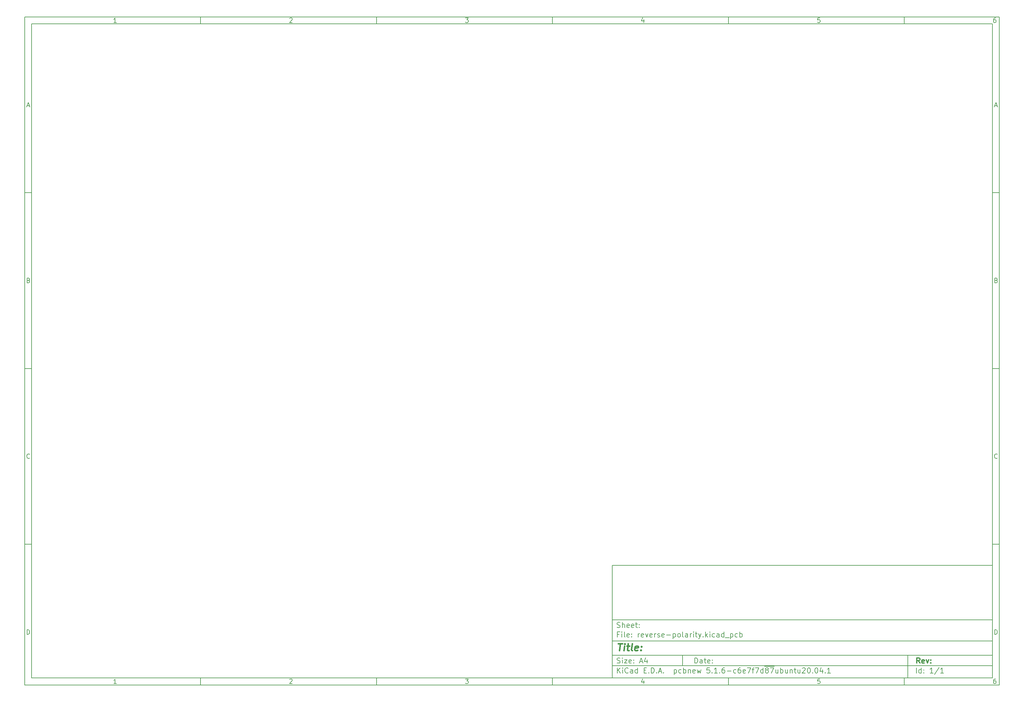
<source format=gbr>
G04 #@! TF.GenerationSoftware,KiCad,Pcbnew,5.1.6-c6e7f7d~87~ubuntu20.04.1*
G04 #@! TF.CreationDate,2020-09-03T11:24:11+02:00*
G04 #@! TF.ProjectId,reverse-polarity,72657665-7273-4652-9d70-6f6c61726974,rev?*
G04 #@! TF.SameCoordinates,Original*
G04 #@! TF.FileFunction,Glue,Bot*
G04 #@! TF.FilePolarity,Positive*
%FSLAX45Y45*%
G04 Gerber Fmt 4.5, Leading zero omitted, Abs format (unit mm)*
G04 Created by KiCad (PCBNEW 5.1.6-c6e7f7d~87~ubuntu20.04.1) date 2020-09-03 11:24:11*
%MOMM*%
%LPD*%
G01*
G04 APERTURE LIST*
%ADD10C,0.100000*%
%ADD11C,0.150000*%
%ADD12C,0.300000*%
%ADD13C,0.400000*%
G04 APERTURE END LIST*
D10*
D11*
X17700220Y-16600720D02*
X17700220Y-19800720D01*
X28500220Y-19800720D01*
X28500220Y-16600720D01*
X17700220Y-16600720D01*
D10*
D11*
X1000000Y-1000000D02*
X1000000Y-20000720D01*
X28700220Y-20000720D01*
X28700220Y-1000000D01*
X1000000Y-1000000D01*
D10*
D11*
X1200000Y-1200000D02*
X1200000Y-19800720D01*
X28500220Y-19800720D01*
X28500220Y-1200000D01*
X1200000Y-1200000D01*
D10*
D11*
X6000000Y-1200000D02*
X6000000Y-1000000D01*
D10*
D11*
X11000000Y-1200000D02*
X11000000Y-1000000D01*
D10*
D11*
X16000000Y-1200000D02*
X16000000Y-1000000D01*
D10*
D11*
X21000000Y-1200000D02*
X21000000Y-1000000D01*
D10*
D11*
X26000000Y-1200000D02*
X26000000Y-1000000D01*
D10*
D11*
X3606548Y-1158810D02*
X3532262Y-1158810D01*
X3569405Y-1158810D02*
X3569405Y-1028809D01*
X3557024Y-1047381D01*
X3544643Y-1059762D01*
X3532262Y-1065952D01*
D10*
D11*
X8532262Y-1041190D02*
X8538452Y-1035000D01*
X8550833Y-1028809D01*
X8581786Y-1028809D01*
X8594167Y-1035000D01*
X8600357Y-1041190D01*
X8606548Y-1053571D01*
X8606548Y-1065952D01*
X8600357Y-1084524D01*
X8526071Y-1158810D01*
X8606548Y-1158810D01*
D10*
D11*
X13526071Y-1028809D02*
X13606548Y-1028809D01*
X13563214Y-1078333D01*
X13581786Y-1078333D01*
X13594167Y-1084524D01*
X13600357Y-1090714D01*
X13606548Y-1103095D01*
X13606548Y-1134048D01*
X13600357Y-1146429D01*
X13594167Y-1152619D01*
X13581786Y-1158810D01*
X13544643Y-1158810D01*
X13532262Y-1152619D01*
X13526071Y-1146429D01*
D10*
D11*
X18594167Y-1072143D02*
X18594167Y-1158810D01*
X18563214Y-1022619D02*
X18532262Y-1115476D01*
X18612738Y-1115476D01*
D10*
D11*
X23600357Y-1028809D02*
X23538452Y-1028809D01*
X23532262Y-1090714D01*
X23538452Y-1084524D01*
X23550833Y-1078333D01*
X23581786Y-1078333D01*
X23594167Y-1084524D01*
X23600357Y-1090714D01*
X23606548Y-1103095D01*
X23606548Y-1134048D01*
X23600357Y-1146429D01*
X23594167Y-1152619D01*
X23581786Y-1158810D01*
X23550833Y-1158810D01*
X23538452Y-1152619D01*
X23532262Y-1146429D01*
D10*
D11*
X28594167Y-1028809D02*
X28569405Y-1028809D01*
X28557024Y-1035000D01*
X28550833Y-1041190D01*
X28538452Y-1059762D01*
X28532262Y-1084524D01*
X28532262Y-1134048D01*
X28538452Y-1146429D01*
X28544643Y-1152619D01*
X28557024Y-1158810D01*
X28581786Y-1158810D01*
X28594167Y-1152619D01*
X28600357Y-1146429D01*
X28606548Y-1134048D01*
X28606548Y-1103095D01*
X28600357Y-1090714D01*
X28594167Y-1084524D01*
X28581786Y-1078333D01*
X28557024Y-1078333D01*
X28544643Y-1084524D01*
X28538452Y-1090714D01*
X28532262Y-1103095D01*
D10*
D11*
X6000000Y-19800720D02*
X6000000Y-20000720D01*
D10*
D11*
X11000000Y-19800720D02*
X11000000Y-20000720D01*
D10*
D11*
X16000000Y-19800720D02*
X16000000Y-20000720D01*
D10*
D11*
X21000000Y-19800720D02*
X21000000Y-20000720D01*
D10*
D11*
X26000000Y-19800720D02*
X26000000Y-20000720D01*
D10*
D11*
X3606548Y-19959530D02*
X3532262Y-19959530D01*
X3569405Y-19959530D02*
X3569405Y-19829530D01*
X3557024Y-19848101D01*
X3544643Y-19860482D01*
X3532262Y-19866672D01*
D10*
D11*
X8532262Y-19841910D02*
X8538452Y-19835720D01*
X8550833Y-19829530D01*
X8581786Y-19829530D01*
X8594167Y-19835720D01*
X8600357Y-19841910D01*
X8606548Y-19854291D01*
X8606548Y-19866672D01*
X8600357Y-19885244D01*
X8526071Y-19959530D01*
X8606548Y-19959530D01*
D10*
D11*
X13526071Y-19829530D02*
X13606548Y-19829530D01*
X13563214Y-19879053D01*
X13581786Y-19879053D01*
X13594167Y-19885244D01*
X13600357Y-19891434D01*
X13606548Y-19903815D01*
X13606548Y-19934768D01*
X13600357Y-19947149D01*
X13594167Y-19953339D01*
X13581786Y-19959530D01*
X13544643Y-19959530D01*
X13532262Y-19953339D01*
X13526071Y-19947149D01*
D10*
D11*
X18594167Y-19872863D02*
X18594167Y-19959530D01*
X18563214Y-19823339D02*
X18532262Y-19916196D01*
X18612738Y-19916196D01*
D10*
D11*
X23600357Y-19829530D02*
X23538452Y-19829530D01*
X23532262Y-19891434D01*
X23538452Y-19885244D01*
X23550833Y-19879053D01*
X23581786Y-19879053D01*
X23594167Y-19885244D01*
X23600357Y-19891434D01*
X23606548Y-19903815D01*
X23606548Y-19934768D01*
X23600357Y-19947149D01*
X23594167Y-19953339D01*
X23581786Y-19959530D01*
X23550833Y-19959530D01*
X23538452Y-19953339D01*
X23532262Y-19947149D01*
D10*
D11*
X28594167Y-19829530D02*
X28569405Y-19829530D01*
X28557024Y-19835720D01*
X28550833Y-19841910D01*
X28538452Y-19860482D01*
X28532262Y-19885244D01*
X28532262Y-19934768D01*
X28538452Y-19947149D01*
X28544643Y-19953339D01*
X28557024Y-19959530D01*
X28581786Y-19959530D01*
X28594167Y-19953339D01*
X28600357Y-19947149D01*
X28606548Y-19934768D01*
X28606548Y-19903815D01*
X28600357Y-19891434D01*
X28594167Y-19885244D01*
X28581786Y-19879053D01*
X28557024Y-19879053D01*
X28544643Y-19885244D01*
X28538452Y-19891434D01*
X28532262Y-19903815D01*
D10*
D11*
X1000000Y-6000000D02*
X1200000Y-6000000D01*
D10*
D11*
X1000000Y-11000000D02*
X1200000Y-11000000D01*
D10*
D11*
X1000000Y-16000000D02*
X1200000Y-16000000D01*
D10*
D11*
X1069048Y-3521667D02*
X1130952Y-3521667D01*
X1056667Y-3558809D02*
X1100000Y-3428809D01*
X1143333Y-3558809D01*
D10*
D11*
X1109286Y-8490714D02*
X1127857Y-8496905D01*
X1134048Y-8503095D01*
X1140238Y-8515476D01*
X1140238Y-8534048D01*
X1134048Y-8546429D01*
X1127857Y-8552619D01*
X1115476Y-8558810D01*
X1065952Y-8558810D01*
X1065952Y-8428810D01*
X1109286Y-8428810D01*
X1121667Y-8435000D01*
X1127857Y-8441190D01*
X1134048Y-8453571D01*
X1134048Y-8465952D01*
X1127857Y-8478333D01*
X1121667Y-8484524D01*
X1109286Y-8490714D01*
X1065952Y-8490714D01*
D10*
D11*
X1140238Y-13546428D02*
X1134048Y-13552619D01*
X1115476Y-13558809D01*
X1103095Y-13558809D01*
X1084524Y-13552619D01*
X1072143Y-13540238D01*
X1065952Y-13527857D01*
X1059762Y-13503095D01*
X1059762Y-13484524D01*
X1065952Y-13459762D01*
X1072143Y-13447381D01*
X1084524Y-13435000D01*
X1103095Y-13428809D01*
X1115476Y-13428809D01*
X1134048Y-13435000D01*
X1140238Y-13441190D01*
D10*
D11*
X1065952Y-18558810D02*
X1065952Y-18428810D01*
X1096905Y-18428810D01*
X1115476Y-18435000D01*
X1127857Y-18447381D01*
X1134048Y-18459762D01*
X1140238Y-18484524D01*
X1140238Y-18503095D01*
X1134048Y-18527857D01*
X1127857Y-18540238D01*
X1115476Y-18552619D01*
X1096905Y-18558810D01*
X1065952Y-18558810D01*
D10*
D11*
X28700220Y-6000000D02*
X28500220Y-6000000D01*
D10*
D11*
X28700220Y-11000000D02*
X28500220Y-11000000D01*
D10*
D11*
X28700220Y-16000000D02*
X28500220Y-16000000D01*
D10*
D11*
X28569268Y-3521667D02*
X28631172Y-3521667D01*
X28556887Y-3558809D02*
X28600220Y-3428809D01*
X28643553Y-3558809D01*
D10*
D11*
X28609506Y-8490714D02*
X28628077Y-8496905D01*
X28634268Y-8503095D01*
X28640458Y-8515476D01*
X28640458Y-8534048D01*
X28634268Y-8546429D01*
X28628077Y-8552619D01*
X28615696Y-8558810D01*
X28566172Y-8558810D01*
X28566172Y-8428810D01*
X28609506Y-8428810D01*
X28621887Y-8435000D01*
X28628077Y-8441190D01*
X28634268Y-8453571D01*
X28634268Y-8465952D01*
X28628077Y-8478333D01*
X28621887Y-8484524D01*
X28609506Y-8490714D01*
X28566172Y-8490714D01*
D10*
D11*
X28640458Y-13546428D02*
X28634268Y-13552619D01*
X28615696Y-13558809D01*
X28603315Y-13558809D01*
X28584744Y-13552619D01*
X28572363Y-13540238D01*
X28566172Y-13527857D01*
X28559982Y-13503095D01*
X28559982Y-13484524D01*
X28566172Y-13459762D01*
X28572363Y-13447381D01*
X28584744Y-13435000D01*
X28603315Y-13428809D01*
X28615696Y-13428809D01*
X28634268Y-13435000D01*
X28640458Y-13441190D01*
D10*
D11*
X28566172Y-18558810D02*
X28566172Y-18428810D01*
X28597125Y-18428810D01*
X28615696Y-18435000D01*
X28628077Y-18447381D01*
X28634268Y-18459762D01*
X28640458Y-18484524D01*
X28640458Y-18503095D01*
X28634268Y-18527857D01*
X28628077Y-18540238D01*
X28615696Y-18552619D01*
X28597125Y-18558810D01*
X28566172Y-18558810D01*
D10*
D11*
X20043434Y-19378577D02*
X20043434Y-19228577D01*
X20079149Y-19228577D01*
X20100577Y-19235720D01*
X20114863Y-19250006D01*
X20122006Y-19264291D01*
X20129149Y-19292863D01*
X20129149Y-19314291D01*
X20122006Y-19342863D01*
X20114863Y-19357149D01*
X20100577Y-19371434D01*
X20079149Y-19378577D01*
X20043434Y-19378577D01*
X20257720Y-19378577D02*
X20257720Y-19300006D01*
X20250577Y-19285720D01*
X20236291Y-19278577D01*
X20207720Y-19278577D01*
X20193434Y-19285720D01*
X20257720Y-19371434D02*
X20243434Y-19378577D01*
X20207720Y-19378577D01*
X20193434Y-19371434D01*
X20186291Y-19357149D01*
X20186291Y-19342863D01*
X20193434Y-19328577D01*
X20207720Y-19321434D01*
X20243434Y-19321434D01*
X20257720Y-19314291D01*
X20307720Y-19278577D02*
X20364863Y-19278577D01*
X20329149Y-19228577D02*
X20329149Y-19357149D01*
X20336291Y-19371434D01*
X20350577Y-19378577D01*
X20364863Y-19378577D01*
X20472006Y-19371434D02*
X20457720Y-19378577D01*
X20429149Y-19378577D01*
X20414863Y-19371434D01*
X20407720Y-19357149D01*
X20407720Y-19300006D01*
X20414863Y-19285720D01*
X20429149Y-19278577D01*
X20457720Y-19278577D01*
X20472006Y-19285720D01*
X20479149Y-19300006D01*
X20479149Y-19314291D01*
X20407720Y-19328577D01*
X20543434Y-19364291D02*
X20550577Y-19371434D01*
X20543434Y-19378577D01*
X20536291Y-19371434D01*
X20543434Y-19364291D01*
X20543434Y-19378577D01*
X20543434Y-19285720D02*
X20550577Y-19292863D01*
X20543434Y-19300006D01*
X20536291Y-19292863D01*
X20543434Y-19285720D01*
X20543434Y-19300006D01*
D10*
D11*
X17700220Y-19450720D02*
X28500220Y-19450720D01*
D10*
D11*
X17843434Y-19658577D02*
X17843434Y-19508577D01*
X17929149Y-19658577D02*
X17864863Y-19572863D01*
X17929149Y-19508577D02*
X17843434Y-19594291D01*
X17993434Y-19658577D02*
X17993434Y-19558577D01*
X17993434Y-19508577D02*
X17986291Y-19515720D01*
X17993434Y-19522863D01*
X18000577Y-19515720D01*
X17993434Y-19508577D01*
X17993434Y-19522863D01*
X18150577Y-19644291D02*
X18143434Y-19651434D01*
X18122006Y-19658577D01*
X18107720Y-19658577D01*
X18086291Y-19651434D01*
X18072006Y-19637149D01*
X18064863Y-19622863D01*
X18057720Y-19594291D01*
X18057720Y-19572863D01*
X18064863Y-19544291D01*
X18072006Y-19530006D01*
X18086291Y-19515720D01*
X18107720Y-19508577D01*
X18122006Y-19508577D01*
X18143434Y-19515720D01*
X18150577Y-19522863D01*
X18279149Y-19658577D02*
X18279149Y-19580006D01*
X18272006Y-19565720D01*
X18257720Y-19558577D01*
X18229149Y-19558577D01*
X18214863Y-19565720D01*
X18279149Y-19651434D02*
X18264863Y-19658577D01*
X18229149Y-19658577D01*
X18214863Y-19651434D01*
X18207720Y-19637149D01*
X18207720Y-19622863D01*
X18214863Y-19608577D01*
X18229149Y-19601434D01*
X18264863Y-19601434D01*
X18279149Y-19594291D01*
X18414863Y-19658577D02*
X18414863Y-19508577D01*
X18414863Y-19651434D02*
X18400577Y-19658577D01*
X18372006Y-19658577D01*
X18357720Y-19651434D01*
X18350577Y-19644291D01*
X18343434Y-19630006D01*
X18343434Y-19587149D01*
X18350577Y-19572863D01*
X18357720Y-19565720D01*
X18372006Y-19558577D01*
X18400577Y-19558577D01*
X18414863Y-19565720D01*
X18600577Y-19580006D02*
X18650577Y-19580006D01*
X18672006Y-19658577D02*
X18600577Y-19658577D01*
X18600577Y-19508577D01*
X18672006Y-19508577D01*
X18736291Y-19644291D02*
X18743434Y-19651434D01*
X18736291Y-19658577D01*
X18729149Y-19651434D01*
X18736291Y-19644291D01*
X18736291Y-19658577D01*
X18807720Y-19658577D02*
X18807720Y-19508577D01*
X18843434Y-19508577D01*
X18864863Y-19515720D01*
X18879149Y-19530006D01*
X18886291Y-19544291D01*
X18893434Y-19572863D01*
X18893434Y-19594291D01*
X18886291Y-19622863D01*
X18879149Y-19637149D01*
X18864863Y-19651434D01*
X18843434Y-19658577D01*
X18807720Y-19658577D01*
X18957720Y-19644291D02*
X18964863Y-19651434D01*
X18957720Y-19658577D01*
X18950577Y-19651434D01*
X18957720Y-19644291D01*
X18957720Y-19658577D01*
X19022006Y-19615720D02*
X19093434Y-19615720D01*
X19007720Y-19658577D02*
X19057720Y-19508577D01*
X19107720Y-19658577D01*
X19157720Y-19644291D02*
X19164863Y-19651434D01*
X19157720Y-19658577D01*
X19150577Y-19651434D01*
X19157720Y-19644291D01*
X19157720Y-19658577D01*
X19457720Y-19558577D02*
X19457720Y-19708577D01*
X19457720Y-19565720D02*
X19472006Y-19558577D01*
X19500577Y-19558577D01*
X19514863Y-19565720D01*
X19522006Y-19572863D01*
X19529149Y-19587149D01*
X19529149Y-19630006D01*
X19522006Y-19644291D01*
X19514863Y-19651434D01*
X19500577Y-19658577D01*
X19472006Y-19658577D01*
X19457720Y-19651434D01*
X19657720Y-19651434D02*
X19643434Y-19658577D01*
X19614863Y-19658577D01*
X19600577Y-19651434D01*
X19593434Y-19644291D01*
X19586291Y-19630006D01*
X19586291Y-19587149D01*
X19593434Y-19572863D01*
X19600577Y-19565720D01*
X19614863Y-19558577D01*
X19643434Y-19558577D01*
X19657720Y-19565720D01*
X19722006Y-19658577D02*
X19722006Y-19508577D01*
X19722006Y-19565720D02*
X19736291Y-19558577D01*
X19764863Y-19558577D01*
X19779149Y-19565720D01*
X19786291Y-19572863D01*
X19793434Y-19587149D01*
X19793434Y-19630006D01*
X19786291Y-19644291D01*
X19779149Y-19651434D01*
X19764863Y-19658577D01*
X19736291Y-19658577D01*
X19722006Y-19651434D01*
X19857720Y-19558577D02*
X19857720Y-19658577D01*
X19857720Y-19572863D02*
X19864863Y-19565720D01*
X19879149Y-19558577D01*
X19900577Y-19558577D01*
X19914863Y-19565720D01*
X19922006Y-19580006D01*
X19922006Y-19658577D01*
X20050577Y-19651434D02*
X20036291Y-19658577D01*
X20007720Y-19658577D01*
X19993434Y-19651434D01*
X19986291Y-19637149D01*
X19986291Y-19580006D01*
X19993434Y-19565720D01*
X20007720Y-19558577D01*
X20036291Y-19558577D01*
X20050577Y-19565720D01*
X20057720Y-19580006D01*
X20057720Y-19594291D01*
X19986291Y-19608577D01*
X20107720Y-19558577D02*
X20136291Y-19658577D01*
X20164863Y-19587149D01*
X20193434Y-19658577D01*
X20222006Y-19558577D01*
X20464863Y-19508577D02*
X20393434Y-19508577D01*
X20386291Y-19580006D01*
X20393434Y-19572863D01*
X20407720Y-19565720D01*
X20443434Y-19565720D01*
X20457720Y-19572863D01*
X20464863Y-19580006D01*
X20472006Y-19594291D01*
X20472006Y-19630006D01*
X20464863Y-19644291D01*
X20457720Y-19651434D01*
X20443434Y-19658577D01*
X20407720Y-19658577D01*
X20393434Y-19651434D01*
X20386291Y-19644291D01*
X20536291Y-19644291D02*
X20543434Y-19651434D01*
X20536291Y-19658577D01*
X20529149Y-19651434D01*
X20536291Y-19644291D01*
X20536291Y-19658577D01*
X20686291Y-19658577D02*
X20600577Y-19658577D01*
X20643434Y-19658577D02*
X20643434Y-19508577D01*
X20629149Y-19530006D01*
X20614863Y-19544291D01*
X20600577Y-19551434D01*
X20750577Y-19644291D02*
X20757720Y-19651434D01*
X20750577Y-19658577D01*
X20743434Y-19651434D01*
X20750577Y-19644291D01*
X20750577Y-19658577D01*
X20886291Y-19508577D02*
X20857720Y-19508577D01*
X20843434Y-19515720D01*
X20836291Y-19522863D01*
X20822006Y-19544291D01*
X20814863Y-19572863D01*
X20814863Y-19630006D01*
X20822006Y-19644291D01*
X20829149Y-19651434D01*
X20843434Y-19658577D01*
X20872006Y-19658577D01*
X20886291Y-19651434D01*
X20893434Y-19644291D01*
X20900577Y-19630006D01*
X20900577Y-19594291D01*
X20893434Y-19580006D01*
X20886291Y-19572863D01*
X20872006Y-19565720D01*
X20843434Y-19565720D01*
X20829149Y-19572863D01*
X20822006Y-19580006D01*
X20814863Y-19594291D01*
X20964863Y-19601434D02*
X21079149Y-19601434D01*
X21214863Y-19651434D02*
X21200577Y-19658577D01*
X21172006Y-19658577D01*
X21157720Y-19651434D01*
X21150577Y-19644291D01*
X21143434Y-19630006D01*
X21143434Y-19587149D01*
X21150577Y-19572863D01*
X21157720Y-19565720D01*
X21172006Y-19558577D01*
X21200577Y-19558577D01*
X21214863Y-19565720D01*
X21343434Y-19508577D02*
X21314863Y-19508577D01*
X21300577Y-19515720D01*
X21293434Y-19522863D01*
X21279149Y-19544291D01*
X21272006Y-19572863D01*
X21272006Y-19630006D01*
X21279149Y-19644291D01*
X21286291Y-19651434D01*
X21300577Y-19658577D01*
X21329149Y-19658577D01*
X21343434Y-19651434D01*
X21350577Y-19644291D01*
X21357720Y-19630006D01*
X21357720Y-19594291D01*
X21350577Y-19580006D01*
X21343434Y-19572863D01*
X21329149Y-19565720D01*
X21300577Y-19565720D01*
X21286291Y-19572863D01*
X21279149Y-19580006D01*
X21272006Y-19594291D01*
X21479149Y-19651434D02*
X21464863Y-19658577D01*
X21436291Y-19658577D01*
X21422006Y-19651434D01*
X21414863Y-19637149D01*
X21414863Y-19580006D01*
X21422006Y-19565720D01*
X21436291Y-19558577D01*
X21464863Y-19558577D01*
X21479149Y-19565720D01*
X21486291Y-19580006D01*
X21486291Y-19594291D01*
X21414863Y-19608577D01*
X21536291Y-19508577D02*
X21636291Y-19508577D01*
X21572006Y-19658577D01*
X21672006Y-19558577D02*
X21729149Y-19558577D01*
X21693434Y-19658577D02*
X21693434Y-19530006D01*
X21700577Y-19515720D01*
X21714863Y-19508577D01*
X21729149Y-19508577D01*
X21764863Y-19508577D02*
X21864863Y-19508577D01*
X21800577Y-19658577D01*
X21986291Y-19658577D02*
X21986291Y-19508577D01*
X21986291Y-19651434D02*
X21972006Y-19658577D01*
X21943434Y-19658577D01*
X21929149Y-19651434D01*
X21922006Y-19644291D01*
X21914863Y-19630006D01*
X21914863Y-19587149D01*
X21922006Y-19572863D01*
X21929149Y-19565720D01*
X21943434Y-19558577D01*
X21972006Y-19558577D01*
X21986291Y-19565720D01*
X22022006Y-19467720D02*
X22164863Y-19467720D01*
X22079149Y-19572863D02*
X22064863Y-19565720D01*
X22057720Y-19558577D01*
X22050577Y-19544291D01*
X22050577Y-19537149D01*
X22057720Y-19522863D01*
X22064863Y-19515720D01*
X22079149Y-19508577D01*
X22107720Y-19508577D01*
X22122006Y-19515720D01*
X22129149Y-19522863D01*
X22136291Y-19537149D01*
X22136291Y-19544291D01*
X22129149Y-19558577D01*
X22122006Y-19565720D01*
X22107720Y-19572863D01*
X22079149Y-19572863D01*
X22064863Y-19580006D01*
X22057720Y-19587149D01*
X22050577Y-19601434D01*
X22050577Y-19630006D01*
X22057720Y-19644291D01*
X22064863Y-19651434D01*
X22079149Y-19658577D01*
X22107720Y-19658577D01*
X22122006Y-19651434D01*
X22129149Y-19644291D01*
X22136291Y-19630006D01*
X22136291Y-19601434D01*
X22129149Y-19587149D01*
X22122006Y-19580006D01*
X22107720Y-19572863D01*
X22164863Y-19467720D02*
X22307720Y-19467720D01*
X22186291Y-19508577D02*
X22286291Y-19508577D01*
X22222006Y-19658577D01*
X22407720Y-19558577D02*
X22407720Y-19658577D01*
X22343434Y-19558577D02*
X22343434Y-19637149D01*
X22350577Y-19651434D01*
X22364863Y-19658577D01*
X22386291Y-19658577D01*
X22400577Y-19651434D01*
X22407720Y-19644291D01*
X22479148Y-19658577D02*
X22479148Y-19508577D01*
X22479148Y-19565720D02*
X22493434Y-19558577D01*
X22522006Y-19558577D01*
X22536291Y-19565720D01*
X22543434Y-19572863D01*
X22550577Y-19587149D01*
X22550577Y-19630006D01*
X22543434Y-19644291D01*
X22536291Y-19651434D01*
X22522006Y-19658577D01*
X22493434Y-19658577D01*
X22479148Y-19651434D01*
X22679148Y-19558577D02*
X22679148Y-19658577D01*
X22614863Y-19558577D02*
X22614863Y-19637149D01*
X22622006Y-19651434D01*
X22636291Y-19658577D01*
X22657720Y-19658577D01*
X22672006Y-19651434D01*
X22679148Y-19644291D01*
X22750577Y-19558577D02*
X22750577Y-19658577D01*
X22750577Y-19572863D02*
X22757720Y-19565720D01*
X22772006Y-19558577D01*
X22793434Y-19558577D01*
X22807720Y-19565720D01*
X22814863Y-19580006D01*
X22814863Y-19658577D01*
X22864863Y-19558577D02*
X22922006Y-19558577D01*
X22886291Y-19508577D02*
X22886291Y-19637149D01*
X22893434Y-19651434D01*
X22907720Y-19658577D01*
X22922006Y-19658577D01*
X23036291Y-19558577D02*
X23036291Y-19658577D01*
X22972006Y-19558577D02*
X22972006Y-19637149D01*
X22979148Y-19651434D01*
X22993434Y-19658577D01*
X23014863Y-19658577D01*
X23029148Y-19651434D01*
X23036291Y-19644291D01*
X23100577Y-19522863D02*
X23107720Y-19515720D01*
X23122006Y-19508577D01*
X23157720Y-19508577D01*
X23172006Y-19515720D01*
X23179148Y-19522863D01*
X23186291Y-19537149D01*
X23186291Y-19551434D01*
X23179148Y-19572863D01*
X23093434Y-19658577D01*
X23186291Y-19658577D01*
X23279148Y-19508577D02*
X23293434Y-19508577D01*
X23307720Y-19515720D01*
X23314863Y-19522863D01*
X23322006Y-19537149D01*
X23329148Y-19565720D01*
X23329148Y-19601434D01*
X23322006Y-19630006D01*
X23314863Y-19644291D01*
X23307720Y-19651434D01*
X23293434Y-19658577D01*
X23279148Y-19658577D01*
X23264863Y-19651434D01*
X23257720Y-19644291D01*
X23250577Y-19630006D01*
X23243434Y-19601434D01*
X23243434Y-19565720D01*
X23250577Y-19537149D01*
X23257720Y-19522863D01*
X23264863Y-19515720D01*
X23279148Y-19508577D01*
X23393434Y-19644291D02*
X23400577Y-19651434D01*
X23393434Y-19658577D01*
X23386291Y-19651434D01*
X23393434Y-19644291D01*
X23393434Y-19658577D01*
X23493434Y-19508577D02*
X23507720Y-19508577D01*
X23522006Y-19515720D01*
X23529148Y-19522863D01*
X23536291Y-19537149D01*
X23543434Y-19565720D01*
X23543434Y-19601434D01*
X23536291Y-19630006D01*
X23529148Y-19644291D01*
X23522006Y-19651434D01*
X23507720Y-19658577D01*
X23493434Y-19658577D01*
X23479148Y-19651434D01*
X23472006Y-19644291D01*
X23464863Y-19630006D01*
X23457720Y-19601434D01*
X23457720Y-19565720D01*
X23464863Y-19537149D01*
X23472006Y-19522863D01*
X23479148Y-19515720D01*
X23493434Y-19508577D01*
X23672006Y-19558577D02*
X23672006Y-19658577D01*
X23636291Y-19501434D02*
X23600577Y-19608577D01*
X23693434Y-19608577D01*
X23750577Y-19644291D02*
X23757720Y-19651434D01*
X23750577Y-19658577D01*
X23743434Y-19651434D01*
X23750577Y-19644291D01*
X23750577Y-19658577D01*
X23900577Y-19658577D02*
X23814863Y-19658577D01*
X23857720Y-19658577D02*
X23857720Y-19508577D01*
X23843434Y-19530006D01*
X23829148Y-19544291D01*
X23814863Y-19551434D01*
D10*
D11*
X17700220Y-19150720D02*
X28500220Y-19150720D01*
D10*
D12*
X26441148Y-19378577D02*
X26391148Y-19307149D01*
X26355434Y-19378577D02*
X26355434Y-19228577D01*
X26412577Y-19228577D01*
X26426863Y-19235720D01*
X26434006Y-19242863D01*
X26441148Y-19257149D01*
X26441148Y-19278577D01*
X26434006Y-19292863D01*
X26426863Y-19300006D01*
X26412577Y-19307149D01*
X26355434Y-19307149D01*
X26562577Y-19371434D02*
X26548291Y-19378577D01*
X26519720Y-19378577D01*
X26505434Y-19371434D01*
X26498291Y-19357149D01*
X26498291Y-19300006D01*
X26505434Y-19285720D01*
X26519720Y-19278577D01*
X26548291Y-19278577D01*
X26562577Y-19285720D01*
X26569720Y-19300006D01*
X26569720Y-19314291D01*
X26498291Y-19328577D01*
X26619720Y-19278577D02*
X26655434Y-19378577D01*
X26691148Y-19278577D01*
X26748291Y-19364291D02*
X26755434Y-19371434D01*
X26748291Y-19378577D01*
X26741148Y-19371434D01*
X26748291Y-19364291D01*
X26748291Y-19378577D01*
X26748291Y-19285720D02*
X26755434Y-19292863D01*
X26748291Y-19300006D01*
X26741148Y-19292863D01*
X26748291Y-19285720D01*
X26748291Y-19300006D01*
D10*
D11*
X17836291Y-19371434D02*
X17857720Y-19378577D01*
X17893434Y-19378577D01*
X17907720Y-19371434D01*
X17914863Y-19364291D01*
X17922006Y-19350006D01*
X17922006Y-19335720D01*
X17914863Y-19321434D01*
X17907720Y-19314291D01*
X17893434Y-19307149D01*
X17864863Y-19300006D01*
X17850577Y-19292863D01*
X17843434Y-19285720D01*
X17836291Y-19271434D01*
X17836291Y-19257149D01*
X17843434Y-19242863D01*
X17850577Y-19235720D01*
X17864863Y-19228577D01*
X17900577Y-19228577D01*
X17922006Y-19235720D01*
X17986291Y-19378577D02*
X17986291Y-19278577D01*
X17986291Y-19228577D02*
X17979149Y-19235720D01*
X17986291Y-19242863D01*
X17993434Y-19235720D01*
X17986291Y-19228577D01*
X17986291Y-19242863D01*
X18043434Y-19278577D02*
X18122006Y-19278577D01*
X18043434Y-19378577D01*
X18122006Y-19378577D01*
X18236291Y-19371434D02*
X18222006Y-19378577D01*
X18193434Y-19378577D01*
X18179149Y-19371434D01*
X18172006Y-19357149D01*
X18172006Y-19300006D01*
X18179149Y-19285720D01*
X18193434Y-19278577D01*
X18222006Y-19278577D01*
X18236291Y-19285720D01*
X18243434Y-19300006D01*
X18243434Y-19314291D01*
X18172006Y-19328577D01*
X18307720Y-19364291D02*
X18314863Y-19371434D01*
X18307720Y-19378577D01*
X18300577Y-19371434D01*
X18307720Y-19364291D01*
X18307720Y-19378577D01*
X18307720Y-19285720D02*
X18314863Y-19292863D01*
X18307720Y-19300006D01*
X18300577Y-19292863D01*
X18307720Y-19285720D01*
X18307720Y-19300006D01*
X18486291Y-19335720D02*
X18557720Y-19335720D01*
X18472006Y-19378577D02*
X18522006Y-19228577D01*
X18572006Y-19378577D01*
X18686291Y-19278577D02*
X18686291Y-19378577D01*
X18650577Y-19221434D02*
X18614863Y-19328577D01*
X18707720Y-19328577D01*
D10*
D11*
X26343434Y-19658577D02*
X26343434Y-19508577D01*
X26479148Y-19658577D02*
X26479148Y-19508577D01*
X26479148Y-19651434D02*
X26464863Y-19658577D01*
X26436291Y-19658577D01*
X26422006Y-19651434D01*
X26414863Y-19644291D01*
X26407720Y-19630006D01*
X26407720Y-19587149D01*
X26414863Y-19572863D01*
X26422006Y-19565720D01*
X26436291Y-19558577D01*
X26464863Y-19558577D01*
X26479148Y-19565720D01*
X26550577Y-19644291D02*
X26557720Y-19651434D01*
X26550577Y-19658577D01*
X26543434Y-19651434D01*
X26550577Y-19644291D01*
X26550577Y-19658577D01*
X26550577Y-19565720D02*
X26557720Y-19572863D01*
X26550577Y-19580006D01*
X26543434Y-19572863D01*
X26550577Y-19565720D01*
X26550577Y-19580006D01*
X26814863Y-19658577D02*
X26729148Y-19658577D01*
X26772006Y-19658577D02*
X26772006Y-19508577D01*
X26757720Y-19530006D01*
X26743434Y-19544291D01*
X26729148Y-19551434D01*
X26986291Y-19501434D02*
X26857720Y-19694291D01*
X27114863Y-19658577D02*
X27029148Y-19658577D01*
X27072006Y-19658577D02*
X27072006Y-19508577D01*
X27057720Y-19530006D01*
X27043434Y-19544291D01*
X27029148Y-19551434D01*
D10*
D11*
X17700220Y-18750720D02*
X28500220Y-18750720D01*
D10*
D13*
X17871458Y-18821196D02*
X17985744Y-18821196D01*
X17903601Y-19021196D02*
X17928601Y-18821196D01*
X18027410Y-19021196D02*
X18044077Y-18887863D01*
X18052410Y-18821196D02*
X18041696Y-18830720D01*
X18050030Y-18840244D01*
X18060744Y-18830720D01*
X18052410Y-18821196D01*
X18050030Y-18840244D01*
X18110744Y-18887863D02*
X18186934Y-18887863D01*
X18147649Y-18821196D02*
X18126220Y-18992625D01*
X18133363Y-19011672D01*
X18151220Y-19021196D01*
X18170268Y-19021196D01*
X18265506Y-19021196D02*
X18247649Y-19011672D01*
X18240506Y-18992625D01*
X18261934Y-18821196D01*
X18419077Y-19011672D02*
X18398839Y-19021196D01*
X18360744Y-19021196D01*
X18342887Y-19011672D01*
X18335744Y-18992625D01*
X18345268Y-18916434D01*
X18357172Y-18897387D01*
X18377410Y-18887863D01*
X18415506Y-18887863D01*
X18433363Y-18897387D01*
X18440506Y-18916434D01*
X18438125Y-18935482D01*
X18340506Y-18954530D01*
X18515506Y-19002149D02*
X18523839Y-19011672D01*
X18513125Y-19021196D01*
X18504791Y-19011672D01*
X18515506Y-19002149D01*
X18513125Y-19021196D01*
X18528601Y-18897387D02*
X18536934Y-18906910D01*
X18526220Y-18916434D01*
X18517887Y-18906910D01*
X18528601Y-18897387D01*
X18526220Y-18916434D01*
D10*
D11*
X17893434Y-18560006D02*
X17843434Y-18560006D01*
X17843434Y-18638577D02*
X17843434Y-18488577D01*
X17914863Y-18488577D01*
X17972006Y-18638577D02*
X17972006Y-18538577D01*
X17972006Y-18488577D02*
X17964863Y-18495720D01*
X17972006Y-18502863D01*
X17979149Y-18495720D01*
X17972006Y-18488577D01*
X17972006Y-18502863D01*
X18064863Y-18638577D02*
X18050577Y-18631434D01*
X18043434Y-18617149D01*
X18043434Y-18488577D01*
X18179149Y-18631434D02*
X18164863Y-18638577D01*
X18136291Y-18638577D01*
X18122006Y-18631434D01*
X18114863Y-18617149D01*
X18114863Y-18560006D01*
X18122006Y-18545720D01*
X18136291Y-18538577D01*
X18164863Y-18538577D01*
X18179149Y-18545720D01*
X18186291Y-18560006D01*
X18186291Y-18574291D01*
X18114863Y-18588577D01*
X18250577Y-18624291D02*
X18257720Y-18631434D01*
X18250577Y-18638577D01*
X18243434Y-18631434D01*
X18250577Y-18624291D01*
X18250577Y-18638577D01*
X18250577Y-18545720D02*
X18257720Y-18552863D01*
X18250577Y-18560006D01*
X18243434Y-18552863D01*
X18250577Y-18545720D01*
X18250577Y-18560006D01*
X18436291Y-18638577D02*
X18436291Y-18538577D01*
X18436291Y-18567149D02*
X18443434Y-18552863D01*
X18450577Y-18545720D01*
X18464863Y-18538577D01*
X18479149Y-18538577D01*
X18586291Y-18631434D02*
X18572006Y-18638577D01*
X18543434Y-18638577D01*
X18529149Y-18631434D01*
X18522006Y-18617149D01*
X18522006Y-18560006D01*
X18529149Y-18545720D01*
X18543434Y-18538577D01*
X18572006Y-18538577D01*
X18586291Y-18545720D01*
X18593434Y-18560006D01*
X18593434Y-18574291D01*
X18522006Y-18588577D01*
X18643434Y-18538577D02*
X18679149Y-18638577D01*
X18714863Y-18538577D01*
X18829149Y-18631434D02*
X18814863Y-18638577D01*
X18786291Y-18638577D01*
X18772006Y-18631434D01*
X18764863Y-18617149D01*
X18764863Y-18560006D01*
X18772006Y-18545720D01*
X18786291Y-18538577D01*
X18814863Y-18538577D01*
X18829149Y-18545720D01*
X18836291Y-18560006D01*
X18836291Y-18574291D01*
X18764863Y-18588577D01*
X18900577Y-18638577D02*
X18900577Y-18538577D01*
X18900577Y-18567149D02*
X18907720Y-18552863D01*
X18914863Y-18545720D01*
X18929149Y-18538577D01*
X18943434Y-18538577D01*
X18986291Y-18631434D02*
X19000577Y-18638577D01*
X19029149Y-18638577D01*
X19043434Y-18631434D01*
X19050577Y-18617149D01*
X19050577Y-18610006D01*
X19043434Y-18595720D01*
X19029149Y-18588577D01*
X19007720Y-18588577D01*
X18993434Y-18581434D01*
X18986291Y-18567149D01*
X18986291Y-18560006D01*
X18993434Y-18545720D01*
X19007720Y-18538577D01*
X19029149Y-18538577D01*
X19043434Y-18545720D01*
X19172006Y-18631434D02*
X19157720Y-18638577D01*
X19129149Y-18638577D01*
X19114863Y-18631434D01*
X19107720Y-18617149D01*
X19107720Y-18560006D01*
X19114863Y-18545720D01*
X19129149Y-18538577D01*
X19157720Y-18538577D01*
X19172006Y-18545720D01*
X19179149Y-18560006D01*
X19179149Y-18574291D01*
X19107720Y-18588577D01*
X19243434Y-18581434D02*
X19357720Y-18581434D01*
X19429149Y-18538577D02*
X19429149Y-18688577D01*
X19429149Y-18545720D02*
X19443434Y-18538577D01*
X19472006Y-18538577D01*
X19486291Y-18545720D01*
X19493434Y-18552863D01*
X19500577Y-18567149D01*
X19500577Y-18610006D01*
X19493434Y-18624291D01*
X19486291Y-18631434D01*
X19472006Y-18638577D01*
X19443434Y-18638577D01*
X19429149Y-18631434D01*
X19586291Y-18638577D02*
X19572006Y-18631434D01*
X19564863Y-18624291D01*
X19557720Y-18610006D01*
X19557720Y-18567149D01*
X19564863Y-18552863D01*
X19572006Y-18545720D01*
X19586291Y-18538577D01*
X19607720Y-18538577D01*
X19622006Y-18545720D01*
X19629149Y-18552863D01*
X19636291Y-18567149D01*
X19636291Y-18610006D01*
X19629149Y-18624291D01*
X19622006Y-18631434D01*
X19607720Y-18638577D01*
X19586291Y-18638577D01*
X19722006Y-18638577D02*
X19707720Y-18631434D01*
X19700577Y-18617149D01*
X19700577Y-18488577D01*
X19843434Y-18638577D02*
X19843434Y-18560006D01*
X19836291Y-18545720D01*
X19822006Y-18538577D01*
X19793434Y-18538577D01*
X19779149Y-18545720D01*
X19843434Y-18631434D02*
X19829149Y-18638577D01*
X19793434Y-18638577D01*
X19779149Y-18631434D01*
X19772006Y-18617149D01*
X19772006Y-18602863D01*
X19779149Y-18588577D01*
X19793434Y-18581434D01*
X19829149Y-18581434D01*
X19843434Y-18574291D01*
X19914863Y-18638577D02*
X19914863Y-18538577D01*
X19914863Y-18567149D02*
X19922006Y-18552863D01*
X19929149Y-18545720D01*
X19943434Y-18538577D01*
X19957720Y-18538577D01*
X20007720Y-18638577D02*
X20007720Y-18538577D01*
X20007720Y-18488577D02*
X20000577Y-18495720D01*
X20007720Y-18502863D01*
X20014863Y-18495720D01*
X20007720Y-18488577D01*
X20007720Y-18502863D01*
X20057720Y-18538577D02*
X20114863Y-18538577D01*
X20079149Y-18488577D02*
X20079149Y-18617149D01*
X20086291Y-18631434D01*
X20100577Y-18638577D01*
X20114863Y-18638577D01*
X20150577Y-18538577D02*
X20186291Y-18638577D01*
X20222006Y-18538577D02*
X20186291Y-18638577D01*
X20172006Y-18674291D01*
X20164863Y-18681434D01*
X20150577Y-18688577D01*
X20279149Y-18624291D02*
X20286291Y-18631434D01*
X20279149Y-18638577D01*
X20272006Y-18631434D01*
X20279149Y-18624291D01*
X20279149Y-18638577D01*
X20350577Y-18638577D02*
X20350577Y-18488577D01*
X20364863Y-18581434D02*
X20407720Y-18638577D01*
X20407720Y-18538577D02*
X20350577Y-18595720D01*
X20472006Y-18638577D02*
X20472006Y-18538577D01*
X20472006Y-18488577D02*
X20464863Y-18495720D01*
X20472006Y-18502863D01*
X20479149Y-18495720D01*
X20472006Y-18488577D01*
X20472006Y-18502863D01*
X20607720Y-18631434D02*
X20593434Y-18638577D01*
X20564863Y-18638577D01*
X20550577Y-18631434D01*
X20543434Y-18624291D01*
X20536291Y-18610006D01*
X20536291Y-18567149D01*
X20543434Y-18552863D01*
X20550577Y-18545720D01*
X20564863Y-18538577D01*
X20593434Y-18538577D01*
X20607720Y-18545720D01*
X20736291Y-18638577D02*
X20736291Y-18560006D01*
X20729149Y-18545720D01*
X20714863Y-18538577D01*
X20686291Y-18538577D01*
X20672006Y-18545720D01*
X20736291Y-18631434D02*
X20722006Y-18638577D01*
X20686291Y-18638577D01*
X20672006Y-18631434D01*
X20664863Y-18617149D01*
X20664863Y-18602863D01*
X20672006Y-18588577D01*
X20686291Y-18581434D01*
X20722006Y-18581434D01*
X20736291Y-18574291D01*
X20872006Y-18638577D02*
X20872006Y-18488577D01*
X20872006Y-18631434D02*
X20857720Y-18638577D01*
X20829149Y-18638577D01*
X20814863Y-18631434D01*
X20807720Y-18624291D01*
X20800577Y-18610006D01*
X20800577Y-18567149D01*
X20807720Y-18552863D01*
X20814863Y-18545720D01*
X20829149Y-18538577D01*
X20857720Y-18538577D01*
X20872006Y-18545720D01*
X20907720Y-18652863D02*
X21022006Y-18652863D01*
X21057720Y-18538577D02*
X21057720Y-18688577D01*
X21057720Y-18545720D02*
X21072006Y-18538577D01*
X21100577Y-18538577D01*
X21114863Y-18545720D01*
X21122006Y-18552863D01*
X21129149Y-18567149D01*
X21129149Y-18610006D01*
X21122006Y-18624291D01*
X21114863Y-18631434D01*
X21100577Y-18638577D01*
X21072006Y-18638577D01*
X21057720Y-18631434D01*
X21257720Y-18631434D02*
X21243434Y-18638577D01*
X21214863Y-18638577D01*
X21200577Y-18631434D01*
X21193434Y-18624291D01*
X21186291Y-18610006D01*
X21186291Y-18567149D01*
X21193434Y-18552863D01*
X21200577Y-18545720D01*
X21214863Y-18538577D01*
X21243434Y-18538577D01*
X21257720Y-18545720D01*
X21322006Y-18638577D02*
X21322006Y-18488577D01*
X21322006Y-18545720D02*
X21336291Y-18538577D01*
X21364863Y-18538577D01*
X21379149Y-18545720D01*
X21386291Y-18552863D01*
X21393434Y-18567149D01*
X21393434Y-18610006D01*
X21386291Y-18624291D01*
X21379149Y-18631434D01*
X21364863Y-18638577D01*
X21336291Y-18638577D01*
X21322006Y-18631434D01*
D10*
D11*
X17700220Y-18150720D02*
X28500220Y-18150720D01*
D10*
D11*
X17836291Y-18361434D02*
X17857720Y-18368577D01*
X17893434Y-18368577D01*
X17907720Y-18361434D01*
X17914863Y-18354291D01*
X17922006Y-18340006D01*
X17922006Y-18325720D01*
X17914863Y-18311434D01*
X17907720Y-18304291D01*
X17893434Y-18297149D01*
X17864863Y-18290006D01*
X17850577Y-18282863D01*
X17843434Y-18275720D01*
X17836291Y-18261434D01*
X17836291Y-18247149D01*
X17843434Y-18232863D01*
X17850577Y-18225720D01*
X17864863Y-18218577D01*
X17900577Y-18218577D01*
X17922006Y-18225720D01*
X17986291Y-18368577D02*
X17986291Y-18218577D01*
X18050577Y-18368577D02*
X18050577Y-18290006D01*
X18043434Y-18275720D01*
X18029149Y-18268577D01*
X18007720Y-18268577D01*
X17993434Y-18275720D01*
X17986291Y-18282863D01*
X18179149Y-18361434D02*
X18164863Y-18368577D01*
X18136291Y-18368577D01*
X18122006Y-18361434D01*
X18114863Y-18347149D01*
X18114863Y-18290006D01*
X18122006Y-18275720D01*
X18136291Y-18268577D01*
X18164863Y-18268577D01*
X18179149Y-18275720D01*
X18186291Y-18290006D01*
X18186291Y-18304291D01*
X18114863Y-18318577D01*
X18307720Y-18361434D02*
X18293434Y-18368577D01*
X18264863Y-18368577D01*
X18250577Y-18361434D01*
X18243434Y-18347149D01*
X18243434Y-18290006D01*
X18250577Y-18275720D01*
X18264863Y-18268577D01*
X18293434Y-18268577D01*
X18307720Y-18275720D01*
X18314863Y-18290006D01*
X18314863Y-18304291D01*
X18243434Y-18318577D01*
X18357720Y-18268577D02*
X18414863Y-18268577D01*
X18379149Y-18218577D02*
X18379149Y-18347149D01*
X18386291Y-18361434D01*
X18400577Y-18368577D01*
X18414863Y-18368577D01*
X18464863Y-18354291D02*
X18472006Y-18361434D01*
X18464863Y-18368577D01*
X18457720Y-18361434D01*
X18464863Y-18354291D01*
X18464863Y-18368577D01*
X18464863Y-18275720D02*
X18472006Y-18282863D01*
X18464863Y-18290006D01*
X18457720Y-18282863D01*
X18464863Y-18275720D01*
X18464863Y-18290006D01*
D10*
D11*
X19700220Y-19150720D02*
X19700220Y-19450720D01*
D10*
D11*
X26100220Y-19150720D02*
X26100220Y-19800720D01*
M02*

</source>
